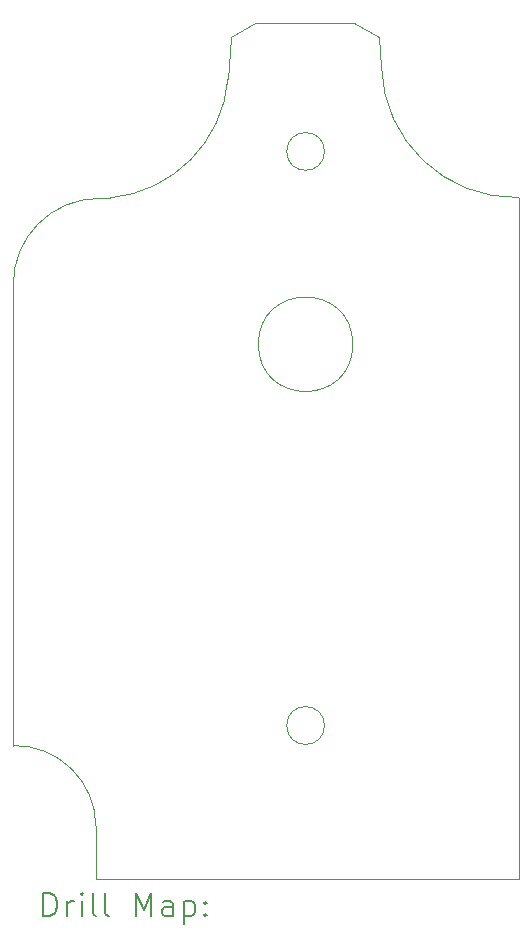
<source format=gbr>
%TF.GenerationSoftware,KiCad,Pcbnew,8.0.1*%
%TF.CreationDate,2024-04-04T12:49:57+03:00*%
%TF.ProjectId,TWV,5457562e-6b69-4636-9164-5f7063625858,V-0.96*%
%TF.SameCoordinates,Original*%
%TF.FileFunction,Drillmap*%
%TF.FilePolarity,Positive*%
%FSLAX45Y45*%
G04 Gerber Fmt 4.5, Leading zero omitted, Abs format (unit mm)*
G04 Created by KiCad (PCBNEW 8.0.1) date 2024-04-04 12:49:57*
%MOMM*%
%LPD*%
G01*
G04 APERTURE LIST*
%ADD10C,0.100000*%
%ADD11C,0.200000*%
G04 APERTURE END LIST*
D10*
X4421000Y-8339694D02*
G75*
G02*
X5120996Y-9019694I10000J-689996D01*
G01*
X6262219Y-2340234D02*
X6243500Y-2587194D01*
X8701000Y-8812783D02*
X8701000Y-9469694D01*
X7308500Y-2219694D02*
X6471000Y-2219694D01*
X6243500Y-2587194D02*
X6239299Y-2693094D01*
X4421000Y-4439694D02*
X4421000Y-8339694D01*
X7538500Y-2597194D02*
X7518118Y-2340717D01*
X6239299Y-2693094D02*
G75*
G02*
X5239400Y-3702994I-1101726J90867D01*
G01*
X7056000Y-8170494D02*
G75*
G02*
X6736000Y-8170494I-160000J0D01*
G01*
X6736000Y-8170494D02*
G75*
G02*
X7056000Y-8170494I160000J0D01*
G01*
X6471000Y-2219694D02*
X6262219Y-2340234D01*
X8701000Y-8812783D02*
X8701000Y-7239694D01*
X8701000Y-3700170D02*
G75*
G02*
X7538496Y-2597195I-24650J1138130D01*
G01*
X8701000Y-7239694D02*
X8701000Y-5619694D01*
X4421000Y-4439694D02*
G75*
G02*
X5143500Y-3707194I727500J5000D01*
G01*
X8701000Y-5619694D02*
X8701000Y-3700170D01*
X5121000Y-9469694D02*
X8671000Y-9469694D01*
X5239400Y-3702994D02*
X5143500Y-3707194D01*
X7518118Y-2340717D02*
X7308500Y-2219694D01*
X7296000Y-4942694D02*
G75*
G02*
X6496000Y-4942694I-400000J0D01*
G01*
X6496000Y-4942694D02*
G75*
G02*
X7296000Y-4942694I400000J0D01*
G01*
X5121000Y-9019694D02*
X5121000Y-9469694D01*
X8701000Y-9469694D02*
X8671000Y-9469694D01*
X7056000Y-3309694D02*
G75*
G02*
X6736000Y-3309694I-160000J0D01*
G01*
X6736000Y-3309694D02*
G75*
G02*
X7056000Y-3309694I160000J0D01*
G01*
D11*
X4676760Y-9786178D02*
X4676760Y-9586178D01*
X4676760Y-9586178D02*
X4724379Y-9586178D01*
X4724379Y-9586178D02*
X4752950Y-9595702D01*
X4752950Y-9595702D02*
X4771998Y-9614749D01*
X4771998Y-9614749D02*
X4781521Y-9633797D01*
X4781521Y-9633797D02*
X4791045Y-9671892D01*
X4791045Y-9671892D02*
X4791045Y-9700464D01*
X4791045Y-9700464D02*
X4781521Y-9738559D01*
X4781521Y-9738559D02*
X4771998Y-9757607D01*
X4771998Y-9757607D02*
X4752950Y-9776654D01*
X4752950Y-9776654D02*
X4724379Y-9786178D01*
X4724379Y-9786178D02*
X4676760Y-9786178D01*
X4876760Y-9786178D02*
X4876760Y-9652845D01*
X4876760Y-9690940D02*
X4886283Y-9671892D01*
X4886283Y-9671892D02*
X4895807Y-9662368D01*
X4895807Y-9662368D02*
X4914855Y-9652845D01*
X4914855Y-9652845D02*
X4933902Y-9652845D01*
X5000569Y-9786178D02*
X5000569Y-9652845D01*
X5000569Y-9586178D02*
X4991045Y-9595702D01*
X4991045Y-9595702D02*
X5000569Y-9605226D01*
X5000569Y-9605226D02*
X5010093Y-9595702D01*
X5010093Y-9595702D02*
X5000569Y-9586178D01*
X5000569Y-9586178D02*
X5000569Y-9605226D01*
X5124379Y-9786178D02*
X5105331Y-9776654D01*
X5105331Y-9776654D02*
X5095807Y-9757607D01*
X5095807Y-9757607D02*
X5095807Y-9586178D01*
X5229140Y-9786178D02*
X5210093Y-9776654D01*
X5210093Y-9776654D02*
X5200569Y-9757607D01*
X5200569Y-9757607D02*
X5200569Y-9586178D01*
X5457712Y-9786178D02*
X5457712Y-9586178D01*
X5457712Y-9586178D02*
X5524379Y-9729035D01*
X5524379Y-9729035D02*
X5591045Y-9586178D01*
X5591045Y-9586178D02*
X5591045Y-9786178D01*
X5771998Y-9786178D02*
X5771998Y-9681416D01*
X5771998Y-9681416D02*
X5762474Y-9662368D01*
X5762474Y-9662368D02*
X5743426Y-9652845D01*
X5743426Y-9652845D02*
X5705331Y-9652845D01*
X5705331Y-9652845D02*
X5686283Y-9662368D01*
X5771998Y-9776654D02*
X5752950Y-9786178D01*
X5752950Y-9786178D02*
X5705331Y-9786178D01*
X5705331Y-9786178D02*
X5686283Y-9776654D01*
X5686283Y-9776654D02*
X5676759Y-9757607D01*
X5676759Y-9757607D02*
X5676759Y-9738559D01*
X5676759Y-9738559D02*
X5686283Y-9719511D01*
X5686283Y-9719511D02*
X5705331Y-9709988D01*
X5705331Y-9709988D02*
X5752950Y-9709988D01*
X5752950Y-9709988D02*
X5771998Y-9700464D01*
X5867236Y-9652845D02*
X5867236Y-9852845D01*
X5867236Y-9662368D02*
X5886283Y-9652845D01*
X5886283Y-9652845D02*
X5924379Y-9652845D01*
X5924379Y-9652845D02*
X5943426Y-9662368D01*
X5943426Y-9662368D02*
X5952950Y-9671892D01*
X5952950Y-9671892D02*
X5962474Y-9690940D01*
X5962474Y-9690940D02*
X5962474Y-9748083D01*
X5962474Y-9748083D02*
X5952950Y-9767130D01*
X5952950Y-9767130D02*
X5943426Y-9776654D01*
X5943426Y-9776654D02*
X5924379Y-9786178D01*
X5924379Y-9786178D02*
X5886283Y-9786178D01*
X5886283Y-9786178D02*
X5867236Y-9776654D01*
X6048188Y-9767130D02*
X6057712Y-9776654D01*
X6057712Y-9776654D02*
X6048188Y-9786178D01*
X6048188Y-9786178D02*
X6038664Y-9776654D01*
X6038664Y-9776654D02*
X6048188Y-9767130D01*
X6048188Y-9767130D02*
X6048188Y-9786178D01*
X6048188Y-9662368D02*
X6057712Y-9671892D01*
X6057712Y-9671892D02*
X6048188Y-9681416D01*
X6048188Y-9681416D02*
X6038664Y-9671892D01*
X6038664Y-9671892D02*
X6048188Y-9662368D01*
X6048188Y-9662368D02*
X6048188Y-9681416D01*
M02*

</source>
